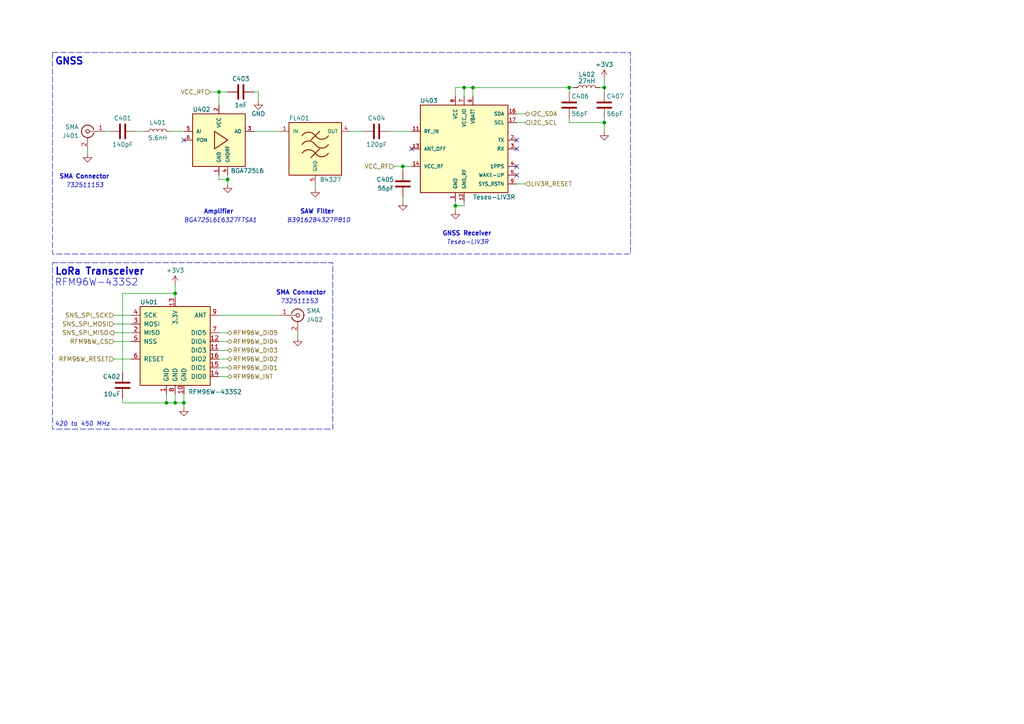
<source format=kicad_sch>
(kicad_sch (version 20230121) (generator eeschema)

  (uuid 25e87aab-0877-4568-a426-1d554c854643)

  (paper "A4")

  (title_block
    (title "MIDAS RF MK1")
    (date "2023-11-10")
    (rev "A")
    (company "Illinois Space Society")
    (comment 4 "Contributors: Yubo Wu")
  )

  (lib_symbols
    (symbol "Connector:Conn_Coaxial" (pin_names (offset 1.016) hide) (in_bom yes) (on_board yes)
      (property "Reference" "J" (at 0.254 3.048 0)
        (effects (font (size 1.27 1.27)))
      )
      (property "Value" "Conn_Coaxial" (at 2.921 0 90)
        (effects (font (size 1.27 1.27)))
      )
      (property "Footprint" "" (at 0 0 0)
        (effects (font (size 1.27 1.27)) hide)
      )
      (property "Datasheet" " ~" (at 0 0 0)
        (effects (font (size 1.27 1.27)) hide)
      )
      (property "ki_keywords" "BNC SMA SMB SMC LEMO coaxial connector CINCH RCA" (at 0 0 0)
        (effects (font (size 1.27 1.27)) hide)
      )
      (property "ki_description" "coaxial connector (BNC, SMA, SMB, SMC, Cinch/RCA, LEMO, ...)" (at 0 0 0)
        (effects (font (size 1.27 1.27)) hide)
      )
      (property "ki_fp_filters" "*BNC* *SMA* *SMB* *SMC* *Cinch* *LEMO*" (at 0 0 0)
        (effects (font (size 1.27 1.27)) hide)
      )
      (symbol "Conn_Coaxial_0_1"
        (arc (start -1.778 -0.508) (mid 0.2311 -1.8066) (end 1.778 0)
          (stroke (width 0.254) (type default))
          (fill (type none))
        )
        (polyline
          (pts
            (xy -2.54 0)
            (xy -0.508 0)
          )
          (stroke (width 0) (type default))
          (fill (type none))
        )
        (polyline
          (pts
            (xy 0 -2.54)
            (xy 0 -1.778)
          )
          (stroke (width 0) (type default))
          (fill (type none))
        )
        (circle (center 0 0) (radius 0.508)
          (stroke (width 0.2032) (type default))
          (fill (type none))
        )
        (arc (start 1.778 0) (mid 0.2099 1.8101) (end -1.778 0.508)
          (stroke (width 0.254) (type default))
          (fill (type none))
        )
      )
      (symbol "Conn_Coaxial_1_1"
        (pin passive line (at -5.08 0 0) (length 2.54)
          (name "In" (effects (font (size 1.27 1.27))))
          (number "1" (effects (font (size 1.27 1.27))))
        )
        (pin passive line (at 0 -5.08 90) (length 2.54)
          (name "Ext" (effects (font (size 1.27 1.27))))
          (number "2" (effects (font (size 1.27 1.27))))
        )
      )
    )
    (symbol "D24V50F5:C" (pin_numbers hide) (pin_names (offset 0.254)) (in_bom yes) (on_board yes)
      (property "Reference" "C" (at 0.635 2.54 0)
        (effects (font (size 1.27 1.27)) (justify left))
      )
      (property "Value" "C" (at 0.635 -2.54 0)
        (effects (font (size 1.27 1.27)) (justify left))
      )
      (property "Footprint" "" (at 0.9652 -3.81 0)
        (effects (font (size 1.27 1.27)) hide)
      )
      (property "Datasheet" "~" (at 0 0 0)
        (effects (font (size 1.27 1.27)) hide)
      )
      (property "ki_keywords" "cap capacitor" (at 0 0 0)
        (effects (font (size 1.27 1.27)) hide)
      )
      (property "ki_description" "Unpolarized capacitor" (at 0 0 0)
        (effects (font (size 1.27 1.27)) hide)
      )
      (property "ki_fp_filters" "C_*" (at 0 0 0)
        (effects (font (size 1.27 1.27)) hide)
      )
      (symbol "C_0_1"
        (polyline
          (pts
            (xy -2.032 -0.762)
            (xy 2.032 -0.762)
          )
          (stroke (width 0.508) (type default))
          (fill (type none))
        )
        (polyline
          (pts
            (xy -2.032 0.762)
            (xy 2.032 0.762)
          )
          (stroke (width 0.508) (type default))
          (fill (type none))
        )
      )
      (symbol "C_1_1"
        (pin passive line (at 0 3.81 270) (length 2.794)
          (name "~" (effects (font (size 1.27 1.27))))
          (number "1" (effects (font (size 1.27 1.27))))
        )
        (pin passive line (at 0 -3.81 90) (length 2.794)
          (name "~" (effects (font (size 1.27 1.27))))
          (number "2" (effects (font (size 1.27 1.27))))
        )
      )
    )
    (symbol "Device:C" (pin_numbers hide) (pin_names (offset 0.254)) (in_bom yes) (on_board yes)
      (property "Reference" "C" (at 0.635 2.54 0)
        (effects (font (size 1.27 1.27)) (justify left))
      )
      (property "Value" "C" (at 0.635 -2.54 0)
        (effects (font (size 1.27 1.27)) (justify left))
      )
      (property "Footprint" "" (at 0.9652 -3.81 0)
        (effects (font (size 1.27 1.27)) hide)
      )
      (property "Datasheet" "~" (at 0 0 0)
        (effects (font (size 1.27 1.27)) hide)
      )
      (property "ki_keywords" "cap capacitor" (at 0 0 0)
        (effects (font (size 1.27 1.27)) hide)
      )
      (property "ki_description" "Unpolarized capacitor" (at 0 0 0)
        (effects (font (size 1.27 1.27)) hide)
      )
      (property "ki_fp_filters" "C_*" (at 0 0 0)
        (effects (font (size 1.27 1.27)) hide)
      )
      (symbol "C_0_1"
        (polyline
          (pts
            (xy -2.032 -0.762)
            (xy 2.032 -0.762)
          )
          (stroke (width 0.508) (type default))
          (fill (type none))
        )
        (polyline
          (pts
            (xy -2.032 0.762)
            (xy 2.032 0.762)
          )
          (stroke (width 0.508) (type default))
          (fill (type none))
        )
      )
      (symbol "C_1_1"
        (pin passive line (at 0 3.81 270) (length 2.794)
          (name "~" (effects (font (size 1.27 1.27))))
          (number "1" (effects (font (size 1.27 1.27))))
        )
        (pin passive line (at 0 -3.81 90) (length 2.794)
          (name "~" (effects (font (size 1.27 1.27))))
          (number "2" (effects (font (size 1.27 1.27))))
        )
      )
    )
    (symbol "Device:L" (pin_numbers hide) (pin_names (offset 1.016) hide) (in_bom yes) (on_board yes)
      (property "Reference" "L" (at -1.27 0 90)
        (effects (font (size 1.27 1.27)))
      )
      (property "Value" "L" (at 1.905 0 90)
        (effects (font (size 1.27 1.27)))
      )
      (property "Footprint" "" (at 0 0 0)
        (effects (font (size 1.27 1.27)) hide)
      )
      (property "Datasheet" "~" (at 0 0 0)
        (effects (font (size 1.27 1.27)) hide)
      )
      (property "ki_keywords" "inductor choke coil reactor magnetic" (at 0 0 0)
        (effects (font (size 1.27 1.27)) hide)
      )
      (property "ki_description" "Inductor" (at 0 0 0)
        (effects (font (size 1.27 1.27)) hide)
      )
      (property "ki_fp_filters" "Choke_* *Coil* Inductor_* L_*" (at 0 0 0)
        (effects (font (size 1.27 1.27)) hide)
      )
      (symbol "L_0_1"
        (arc (start 0 -2.54) (mid 0.6323 -1.905) (end 0 -1.27)
          (stroke (width 0) (type default))
          (fill (type none))
        )
        (arc (start 0 -1.27) (mid 0.6323 -0.635) (end 0 0)
          (stroke (width 0) (type default))
          (fill (type none))
        )
        (arc (start 0 0) (mid 0.6323 0.635) (end 0 1.27)
          (stroke (width 0) (type default))
          (fill (type none))
        )
        (arc (start 0 1.27) (mid 0.6323 1.905) (end 0 2.54)
          (stroke (width 0) (type default))
          (fill (type none))
        )
      )
      (symbol "L_1_1"
        (pin passive line (at 0 3.81 270) (length 1.27)
          (name "1" (effects (font (size 1.27 1.27))))
          (number "1" (effects (font (size 1.27 1.27))))
        )
        (pin passive line (at 0 -3.81 90) (length 1.27)
          (name "2" (effects (font (size 1.27 1.27))))
          (number "2" (effects (font (size 1.27 1.27))))
        )
      )
    )
    (symbol "RF_Amplifier_Infineon:BGA725L6" (pin_names (offset 1.016)) (in_bom yes) (on_board yes)
      (property "Reference" "U" (at -6.985 8.89 0)
        (effects (font (size 1.27 1.27)))
      )
      (property "Value" "BGA725L6" (at 6.985 8.89 0)
        (effects (font (size 1.27 1.27)))
      )
      (property "Footprint" "RF_Amplifier_Infineon:TSNP-6-2" (at 0 0 0)
        (effects (font (size 1.27 1.27)) (justify bottom) hide)
      )
      (property "Datasheet" "https://www.infineon.com/dgdl/BGA725L6_V2+0.pdf?folderId=db3a30431f848401011fcbf2ab4c04c4&fileId=db3a30433784a0400137ef9a4d341f23" (at 0 0 0)
        (effects (font (size 1.27 1.27)) hide)
      )
      (property "ki_keywords" "Low Noise Amplifier GNSS 20db 3.6mA Infineon" (at 0 0 0)
        (effects (font (size 1.27 1.27)) hide)
      )
      (property "ki_description" "Low Noise Amplifier GNSS 20db 3.6mA Infineon" (at 0 0 0)
        (effects (font (size 1.27 1.27)) hide)
      )
      (symbol "BGA725L6_0_0"
        (rectangle (start -7.62 7.62) (end 7.62 -7.62)
          (stroke (width 0.254) (type default))
          (fill (type background))
        )
        (pin power_in line (at 0 -10.16 90) (length 2.54)
          (name "GND" (effects (font (size 1.016 1.016))))
          (number "1" (effects (font (size 1.016 1.016))))
        )
        (pin power_in line (at 0 10.16 270) (length 2.54)
          (name "VCC" (effects (font (size 1.016 1.016))))
          (number "2" (effects (font (size 1.016 1.016))))
        )
        (pin output line (at 10.16 2.54 180) (length 2.54)
          (name "AO" (effects (font (size 1.016 1.016))))
          (number "3" (effects (font (size 1.016 1.016))))
        )
        (pin power_in line (at 2.54 -10.16 90) (length 2.54)
          (name "GNDRF" (effects (font (size 1.016 1.016))))
          (number "4" (effects (font (size 1.016 1.016))))
        )
        (pin input line (at -10.16 2.54 0) (length 2.54)
          (name "AI" (effects (font (size 1.016 1.016))))
          (number "5" (effects (font (size 1.016 1.016))))
        )
        (pin input line (at -10.16 0 0) (length 2.54)
          (name "PON" (effects (font (size 1.016 1.016))))
          (number "6" (effects (font (size 1.016 1.016))))
        )
      )
      (symbol "BGA725L6_1_1"
        (polyline
          (pts
            (xy -1.27 2.54)
            (xy 2.54 0)
            (xy -1.27 -2.54)
            (xy -1.27 2.54)
          )
          (stroke (width 0.254) (type default))
          (fill (type background))
        )
      )
    )
    (symbol "RF_Filter_Qualcomm:B4327" (pin_names (offset 1.016)) (in_bom yes) (on_board yes)
      (property "Reference" "FL" (at -6.35 8.89 0)
        (effects (font (size 1.27 1.27)))
      )
      (property "Value" "B4327" (at 5.08 8.89 0)
        (effects (font (size 1.27 1.27)))
      )
      (property "Footprint" "RF_Filter_Qualcomm:SMD-5" (at 2.54 -17.78 0)
        (effects (font (size 1.27 1.27)) (justify bottom) hide)
      )
      (property "Datasheet" "https://mm.digikey.com/Volume0/opasdata/d220001/medias/docus/992/B39162B4327P810_Rev2.2.pdf" (at -6.35 0 0)
        (effects (font (size 1.27 1.27)) hide)
      )
      (property "ki_keywords" "SAW RF filter Beidou GPS GLONASS Center 1582.4 MHz Qualcomm" (at 0 0 0)
        (effects (font (size 1.27 1.27)) hide)
      )
      (property "ki_description" "SAW RF filter, Beidou GPS GLONASS Center 1582.4 MHz Qualcomm" (at 0 0 0)
        (effects (font (size 1.27 1.27)) hide)
      )
      (symbol "B4327_0_0"
        (rectangle (start -7.62 7.62) (end 7.62 -7.62)
          (stroke (width 0.254) (type default))
          (fill (type background))
        )
        (pin input line (at -10.16 5.08 0) (length 2.54)
          (name "IN" (effects (font (size 1.016 1.016))))
          (number "1" (effects (font (size 1.016 1.016))))
        )
        (pin output line (at 10.16 5.08 180) (length 2.54)
          (name "OUT" (effects (font (size 1.016 1.016))))
          (number "4" (effects (font (size 1.016 1.016))))
        )
        (pin power_in line (at 0 -10.16 90) (length 2.54)
          (name "GND" (effects (font (size 1.016 1.016))))
          (number "5" (effects (font (size 1.016 1.016))))
        )
      )
      (symbol "B4327_0_1"
        (arc (start 0 -1.2699) (mid -1.905 -0.2504) (end -3.81 -1.2699)
          (stroke (width 0.254) (type default))
          (fill (type none))
        )
        (arc (start 0 -1.2699) (mid 1.905 -2.2894) (end 3.81 -1.2699)
          (stroke (width 0.254) (type default))
          (fill (type none))
        )
        (polyline
          (pts
            (xy -1.27 -2.5399)
            (xy 1.27 0.0001)
          )
          (stroke (width 0.254) (type default))
          (fill (type none))
        )
        (polyline
          (pts
            (xy -1.27 2.5401)
            (xy 1.27 5.0801)
          )
          (stroke (width 0.254) (type default))
          (fill (type none))
        )
        (arc (start 0 1.2701) (mid -1.905 2.2896) (end -3.81 1.2701)
          (stroke (width 0.254) (type default))
          (fill (type none))
        )
        (arc (start 0 1.2701) (mid 1.905 0.2506) (end 3.81 1.2701)
          (stroke (width 0.254) (type default))
          (fill (type none))
        )
        (arc (start 0 3.8101) (mid -1.905 4.8296) (end -3.81 3.8101)
          (stroke (width 0.254) (type default))
          (fill (type none))
        )
        (arc (start 0 3.8101) (mid 1.905 2.7906) (end 3.81 3.8101)
          (stroke (width 0.254) (type default))
          (fill (type none))
        )
      )
      (symbol "B4327_1_0"
        (pin power_in line (at 0 -10.16 90) (length 2.54) hide
          (name "GND" (effects (font (size 1.016 1.016))))
          (number "2" (effects (font (size 1.016 1.016))))
        )
        (pin power_in line (at 0 -10.16 90) (length 2.54) hide
          (name "GND" (effects (font (size 1.016 1.016))))
          (number "3" (effects (font (size 1.016 1.016))))
        )
      )
    )
    (symbol "RF_GPS_ST:Teseo-LIV3R" (pin_names (offset 1.016)) (in_bom yes) (on_board yes)
      (property "Reference" "U" (at 40.64 -45.72 0)
        (effects (font (size 1.27 1.27)))
      )
      (property "Value" "Teseo-LIV3R" (at 40.64 -43.18 0)
        (effects (font (size 1.27 1.27)))
      )
      (property "Footprint" "RF_GPS_ST:Teseo-LIV3R" (at -12.7 -40.64 0)
        (effects (font (size 1.27 1.27)) (justify bottom) hide)
      )
      (property "Datasheet" "https://www.st.com/resource/en/datasheet/teseo-liv3r.pdf" (at -2.54 -50.8 0)
        (effects (font (size 1.27 1.27)) hide)
      )
      (property "ki_keywords" "GNSS GPS Module ROM 100km 163 dBm tracking sensitivity 1.5 m CEP ST STMicroelectronics" (at 0 0 0)
        (effects (font (size 1.27 1.27)) hide)
      )
      (property "ki_description" "GNSS Module ROM 100km, 163 dBm tracking sensitivity, 1.5 m CEP ST" (at 0 0 0)
        (effects (font (size 1.27 1.27)) hide)
      )
      (symbol "Teseo-LIV3R_0_0"
        (rectangle (start -12.7 12.7) (end 12.7 -12.7)
          (stroke (width 0.254) (type default))
          (fill (type background))
        )
        (pin power_in line (at 2.54 -15.24 90) (length 2.54)
          (name "GND" (effects (font (size 1.016 1.016))))
          (number "1" (effects (font (size 1.016 1.016))))
        )
        (pin input line (at 15.24 5.08 180) (length 2.54)
          (name "RF_IN" (effects (font (size 1.016 1.016))))
          (number "11" (effects (font (size 1.016 1.016))))
        )
        (pin power_in line (at 0 -15.24 90) (length 2.54)
          (name "GND_RF" (effects (font (size 1.016 1.016))))
          (number "12" (effects (font (size 1.016 1.016))))
        )
        (pin output line (at 15.24 0 180) (length 2.54)
          (name "ANT_OFF" (effects (font (size 1.016 1.016))))
          (number "13" (effects (font (size 1.016 1.016))))
        )
        (pin power_out line (at 15.24 -5.08 180) (length 2.54)
          (name "VCC_RF" (effects (font (size 1.016 1.016))))
          (number "14" (effects (font (size 1.016 1.016))))
        )
        (pin bidirectional line (at -15.24 10.16 0) (length 2.54)
          (name "SDA" (effects (font (size 1.016 1.016))))
          (number "16" (effects (font (size 1.016 1.016))))
        )
        (pin input line (at -15.24 7.62 0) (length 2.54)
          (name "SCL" (effects (font (size 1.016 1.016))))
          (number "17" (effects (font (size 1.016 1.016))))
        )
        (pin output line (at -15.24 2.54 0) (length 2.54)
          (name "TX" (effects (font (size 1.016 1.016))))
          (number "2" (effects (font (size 1.016 1.016))))
        )
        (pin input line (at -15.24 0 0) (length 2.54)
          (name "RX" (effects (font (size 1.016 1.016))))
          (number "3" (effects (font (size 1.016 1.016))))
        )
        (pin output line (at -15.24 -5.08 0) (length 2.54)
          (name "1PPS" (effects (font (size 1.016 1.016))))
          (number "4" (effects (font (size 1.016 1.016))))
        )
        (pin input line (at -15.24 -7.62 0) (length 2.54)
          (name "WAKE-UP" (effects (font (size 1.016 1.016))))
          (number "5" (effects (font (size 1.016 1.016))))
        )
        (pin power_in line (at -2.54 15.24 270) (length 2.54)
          (name "VBATT" (effects (font (size 1.016 1.016))))
          (number "6" (effects (font (size 1.016 1.016))))
        )
        (pin power_in line (at 0 15.24 270) (length 2.54)
          (name "VCC_IO" (effects (font (size 1.016 1.016))))
          (number "7" (effects (font (size 1.016 1.016))))
        )
        (pin power_in line (at 2.54 15.24 270) (length 2.54)
          (name "VCC" (effects (font (size 1.016 1.016))))
          (number "8" (effects (font (size 1.016 1.016))))
        )
        (pin input line (at -15.24 -10.16 0) (length 2.54)
          (name "SYS_RSTN" (effects (font (size 1.016 1.016))))
          (number "9" (effects (font (size 1.016 1.016))))
        )
      )
      (symbol "Teseo-LIV3R_1_0"
        (pin power_in line (at 0 -15.24 90) (length 2.54) hide
          (name "GND_RF" (effects (font (size 1.016 1.016))))
          (number "10" (effects (font (size 1.016 1.016))))
        )
        (pin no_connect line (at 15.24 -10.16 180) (length 2.54) hide
          (name "RESERVED" (effects (font (size 1.016 1.016))))
          (number "15" (effects (font (size 1.016 1.016))))
        )
        (pin no_connect line (at 15.24 -10.16 180) (length 2.54) hide
          (name "RESERVED" (effects (font (size 1.016 1.016))))
          (number "18" (effects (font (size 1.016 1.016))))
        )
      )
    )
    (symbol "RF_Module:RFM96W-433S2" (pin_names (offset 1.016)) (in_bom yes) (on_board yes)
      (property "Reference" "U" (at -10.414 11.684 0)
        (effects (font (size 1.27 1.27)) (justify left))
      )
      (property "Value" "RFM96W-433S2" (at 1.524 11.43 0)
        (effects (font (size 1.27 1.27)) (justify left))
      )
      (property "Footprint" "" (at -83.82 41.91 0)
        (effects (font (size 1.27 1.27)) hide)
      )
      (property "Datasheet" "https://www.hoperf.com/data/upload/portal/20181127/5bfcc0ac60235.pdf" (at -83.82 41.91 0)
        (effects (font (size 1.27 1.27)) hide)
      )
      (property "ki_keywords" "Low power long range transceiver module" (at 0 0 0)
        (effects (font (size 1.27 1.27)) hide)
      )
      (property "ki_description" "Low power long range transceiver module, SPI and parallel interface, 433 MHz, spreading factor 6 to12, bandwidth 7.8 to 500kHz, -111 to -148 dBm, SMD-16, DIP-16" (at 0 0 0)
        (effects (font (size 1.27 1.27)) hide)
      )
      (property "ki_fp_filters" "HOPERF*RFM9XW*" (at 0 0 0)
        (effects (font (size 1.27 1.27)) hide)
      )
      (symbol "RFM96W-433S2_0_1"
        (rectangle (start -10.16 10.16) (end 10.16 -12.7)
          (stroke (width 0.254) (type default))
          (fill (type background))
        )
      )
      (symbol "RFM96W-433S2_1_1"
        (pin power_in line (at -2.54 -15.24 90) (length 2.54)
          (name "GND" (effects (font (size 1.27 1.27))))
          (number "1" (effects (font (size 1.27 1.27))))
        )
        (pin power_in line (at 2.54 -15.24 90) (length 2.54)
          (name "GND" (effects (font (size 1.27 1.27))))
          (number "10" (effects (font (size 1.27 1.27))))
        )
        (pin bidirectional line (at 12.7 -2.54 180) (length 2.54)
          (name "DIO3" (effects (font (size 1.27 1.27))))
          (number "11" (effects (font (size 1.27 1.27))))
        )
        (pin bidirectional line (at 12.7 0 180) (length 2.54)
          (name "DIO4" (effects (font (size 1.27 1.27))))
          (number "12" (effects (font (size 1.27 1.27))))
        )
        (pin power_in line (at 0 12.7 270) (length 2.54)
          (name "3.3V" (effects (font (size 1.27 1.27))))
          (number "13" (effects (font (size 1.27 1.27))))
        )
        (pin bidirectional line (at 12.7 -10.16 180) (length 2.54)
          (name "DIO0" (effects (font (size 1.27 1.27))))
          (number "14" (effects (font (size 1.27 1.27))))
        )
        (pin bidirectional line (at 12.7 -7.62 180) (length 2.54)
          (name "DIO1" (effects (font (size 1.27 1.27))))
          (number "15" (effects (font (size 1.27 1.27))))
        )
        (pin bidirectional line (at 12.7 -5.08 180) (length 2.54)
          (name "DIO2" (effects (font (size 1.27 1.27))))
          (number "16" (effects (font (size 1.27 1.27))))
        )
        (pin output line (at -12.7 2.54 0) (length 2.54)
          (name "MISO" (effects (font (size 1.27 1.27))))
          (number "2" (effects (font (size 1.27 1.27))))
        )
        (pin input line (at -12.7 5.08 0) (length 2.54)
          (name "MOSI" (effects (font (size 1.27 1.27))))
          (number "3" (effects (font (size 1.27 1.27))))
        )
        (pin input line (at -12.7 7.62 0) (length 2.54)
          (name "SCK" (effects (font (size 1.27 1.27))))
          (number "4" (effects (font (size 1.27 1.27))))
        )
        (pin input line (at -12.7 0 0) (length 2.54)
          (name "NSS" (effects (font (size 1.27 1.27))))
          (number "5" (effects (font (size 1.27 1.27))))
        )
        (pin bidirectional line (at -12.7 -5.08 0) (length 2.54)
          (name "RESET" (effects (font (size 1.27 1.27))))
          (number "6" (effects (font (size 1.27 1.27))))
        )
        (pin bidirectional line (at 12.7 2.54 180) (length 2.54)
          (name "DIO5" (effects (font (size 1.27 1.27))))
          (number "7" (effects (font (size 1.27 1.27))))
        )
        (pin power_in line (at 0 -15.24 90) (length 2.54)
          (name "GND" (effects (font (size 1.27 1.27))))
          (number "8" (effects (font (size 1.27 1.27))))
        )
        (pin bidirectional line (at 12.7 7.62 180) (length 2.54)
          (name "ANT" (effects (font (size 1.27 1.27))))
          (number "9" (effects (font (size 1.27 1.27))))
        )
      )
    )
    (symbol "power:+3V3" (power) (pin_names (offset 0)) (in_bom yes) (on_board yes)
      (property "Reference" "#PWR" (at 0 -3.81 0)
        (effects (font (size 1.27 1.27)) hide)
      )
      (property "Value" "+3V3" (at 0 3.556 0)
        (effects (font (size 1.27 1.27)))
      )
      (property "Footprint" "" (at 0 0 0)
        (effects (font (size 1.27 1.27)) hide)
      )
      (property "Datasheet" "" (at 0 0 0)
        (effects (font (size 1.27 1.27)) hide)
      )
      (property "ki_keywords" "global power" (at 0 0 0)
        (effects (font (size 1.27 1.27)) hide)
      )
      (property "ki_description" "Power symbol creates a global label with name \"+3V3\"" (at 0 0 0)
        (effects (font (size 1.27 1.27)) hide)
      )
      (symbol "+3V3_0_1"
        (polyline
          (pts
            (xy -0.762 1.27)
            (xy 0 2.54)
          )
          (stroke (width 0) (type default))
          (fill (type none))
        )
        (polyline
          (pts
            (xy 0 0)
            (xy 0 2.54)
          )
          (stroke (width 0) (type default))
          (fill (type none))
        )
        (polyline
          (pts
            (xy 0 2.54)
            (xy 0.762 1.27)
          )
          (stroke (width 0) (type default))
          (fill (type none))
        )
      )
      (symbol "+3V3_1_1"
        (pin power_in line (at 0 0 90) (length 0) hide
          (name "+3V3" (effects (font (size 1.27 1.27))))
          (number "1" (effects (font (size 1.27 1.27))))
        )
      )
    )
    (symbol "power:GND" (power) (pin_names (offset 0)) (in_bom yes) (on_board yes)
      (property "Reference" "#PWR" (at 0 -6.35 0)
        (effects (font (size 1.27 1.27)) hide)
      )
      (property "Value" "GND" (at 0 -3.81 0)
        (effects (font (size 1.27 1.27)))
      )
      (property "Footprint" "" (at 0 0 0)
        (effects (font (size 1.27 1.27)) hide)
      )
      (property "Datasheet" "" (at 0 0 0)
        (effects (font (size 1.27 1.27)) hide)
      )
      (property "ki_keywords" "global power" (at 0 0 0)
        (effects (font (size 1.27 1.27)) hide)
      )
      (property "ki_description" "Power symbol creates a global label with name \"GND\" , ground" (at 0 0 0)
        (effects (font (size 1.27 1.27)) hide)
      )
      (symbol "GND_0_1"
        (polyline
          (pts
            (xy 0 0)
            (xy 0 -1.27)
            (xy 1.27 -1.27)
            (xy 0 -2.54)
            (xy -1.27 -1.27)
            (xy 0 -1.27)
          )
          (stroke (width 0) (type default))
          (fill (type none))
        )
      )
      (symbol "GND_1_1"
        (pin power_in line (at 0 0 270) (length 0) hide
          (name "GND" (effects (font (size 1.27 1.27))))
          (number "1" (effects (font (size 1.27 1.27))))
        )
      )
    )
  )

  (junction (at 137.16 25.4) (diameter 0) (color 0 0 0 0)
    (uuid 090a6cb9-6d4a-4854-a20a-2c2732df7054)
  )
  (junction (at 50.8 116.84) (diameter 0) (color 0 0 0 0)
    (uuid 0ba13694-939c-4532-9187-4742aa17f50e)
  )
  (junction (at 63.5 26.67) (diameter 0) (color 0 0 0 0)
    (uuid 11a83047-24d5-485c-b791-3fa38fd032ba)
  )
  (junction (at 66.04 52.07) (diameter 0) (color 0 0 0 0)
    (uuid 16e415d0-fd45-4d40-90f8-3097c0fbd2de)
  )
  (junction (at 48.26 116.84) (diameter 0) (color 0 0 0 0)
    (uuid 6132ba98-10d2-46e9-8a75-37908c3d83cb)
  )
  (junction (at 50.8 85.09) (diameter 0) (color 0 0 0 0)
    (uuid 6ff050e2-fdb7-40da-a6c9-d93cbfc16d46)
  )
  (junction (at 175.26 25.4) (diameter 0) (color 0 0 0 0)
    (uuid 76866073-c301-47a5-a290-a8f9c9921380)
  )
  (junction (at 132.08 59.69) (diameter 0) (color 0 0 0 0)
    (uuid 8ad7099c-ef57-4e2f-9c77-d4bc9af13d59)
  )
  (junction (at 116.84 48.26) (diameter 0) (color 0 0 0 0)
    (uuid 9502afc8-c1b1-44cd-a291-f151caa7551d)
  )
  (junction (at 134.62 25.4) (diameter 0) (color 0 0 0 0)
    (uuid a9b13e46-2f85-4e8a-805c-53976fd75c88)
  )
  (junction (at 175.26 35.56) (diameter 0) (color 0 0 0 0)
    (uuid d0c4325c-970e-4ab3-beec-4f9d644566d5)
  )
  (junction (at 53.34 116.84) (diameter 0) (color 0 0 0 0)
    (uuid f851b4d0-1fe9-4430-98c8-ff0cf3ffa95b)
  )
  (junction (at 165.1 25.4) (diameter 0) (color 0 0 0 0)
    (uuid f96cc8cc-ce3d-4daa-93da-bf626e2719bd)
  )

  (no_connect (at 149.86 48.26) (uuid 1e44f6a7-1fb4-44e2-8f15-236bce9aa898))
  (no_connect (at 53.34 40.64) (uuid 49a84844-6fa3-46f4-8694-3a10ed2a0b99))
  (no_connect (at 149.86 43.18) (uuid 6c83b8ca-f50c-4bdf-9702-1f599c997f96))
  (no_connect (at 149.86 50.8) (uuid ad9112ad-e23c-45f6-bd99-717d6cd4a26f))
  (no_connect (at 149.86 40.64) (uuid b14df118-85a9-408a-8098-487c2b74a401))
  (no_connect (at 119.38 43.18) (uuid c7a5ecf8-b22b-41db-8406-21c6ab395c1b))

  (wire (pts (xy 35.56 85.09) (xy 50.8 85.09))
    (stroke (width 0) (type default))
    (uuid 03087d76-77f1-441e-b954-9768bfde7810)
  )
  (wire (pts (xy 132.08 59.69) (xy 132.08 60.96))
    (stroke (width 0) (type default))
    (uuid 06f89051-9556-4821-9f18-ade0e598e1dc)
  )
  (wire (pts (xy 134.62 59.69) (xy 134.62 58.42))
    (stroke (width 0) (type default))
    (uuid 079c0b26-b7dc-4f6b-b5be-e33cb2783749)
  )
  (wire (pts (xy 175.26 25.4) (xy 173.99 25.4))
    (stroke (width 0) (type default))
    (uuid 0a99bfae-ac2e-4095-a01e-eb14597ae6fa)
  )
  (wire (pts (xy 63.5 109.22) (xy 66.04 109.22))
    (stroke (width 0) (type default))
    (uuid 0f4f4dd6-1e93-400f-9ebf-c53a5f9a105f)
  )
  (wire (pts (xy 63.5 50.8) (xy 63.5 52.07))
    (stroke (width 0) (type default))
    (uuid 11c3354a-2b31-4cd2-a108-4a554e644a82)
  )
  (wire (pts (xy 49.53 38.1) (xy 53.34 38.1))
    (stroke (width 0) (type default))
    (uuid 14024566-1e4e-432d-ba45-8601f4ec9dcb)
  )
  (wire (pts (xy 50.8 85.09) (xy 50.8 86.36))
    (stroke (width 0) (type default))
    (uuid 1bcd572d-f1ea-4723-a50f-d4a0e0e53bf6)
  )
  (wire (pts (xy 113.03 38.1) (xy 119.38 38.1))
    (stroke (width 0) (type default))
    (uuid 25415565-3c25-453b-bdd7-8ef6d7b879e3)
  )
  (wire (pts (xy 48.26 116.84) (xy 50.8 116.84))
    (stroke (width 0) (type default))
    (uuid 25a2b644-a177-435c-9882-4ba7fee900fe)
  )
  (wire (pts (xy 63.5 30.48) (xy 63.5 26.67))
    (stroke (width 0) (type default))
    (uuid 272bba3c-7fa4-47ce-8a36-c01b7916a1f2)
  )
  (wire (pts (xy 86.36 96.52) (xy 86.36 97.79))
    (stroke (width 0) (type default))
    (uuid 2849c13f-74d0-4cf8-98db-d5b3e72362c5)
  )
  (wire (pts (xy 25.4 43.18) (xy 25.4 44.45))
    (stroke (width 0) (type default))
    (uuid 2aff4f09-ae1c-4859-9e98-7d776910f2f1)
  )
  (wire (pts (xy 50.8 82.55) (xy 50.8 85.09))
    (stroke (width 0) (type default))
    (uuid 2dd2bf80-3bef-4dd6-be01-85a0f8aefabb)
  )
  (wire (pts (xy 152.4 35.56) (xy 149.86 35.56))
    (stroke (width 0) (type default))
    (uuid 366e6c32-cbcb-4919-8d16-e86ab298eed1)
  )
  (wire (pts (xy 74.93 29.21) (xy 74.93 26.67))
    (stroke (width 0) (type default))
    (uuid 3b9fcb47-3da0-4598-8034-932eac470143)
  )
  (wire (pts (xy 132.08 58.42) (xy 132.08 59.69))
    (stroke (width 0) (type default))
    (uuid 3efbca2a-7b1b-4c95-bcbb-b92e115bf088)
  )
  (wire (pts (xy 134.62 25.4) (xy 134.62 27.94))
    (stroke (width 0) (type default))
    (uuid 4276e03b-3454-41a0-8297-c704f2dd628d)
  )
  (wire (pts (xy 50.8 114.3) (xy 50.8 116.84))
    (stroke (width 0) (type default))
    (uuid 486d7c56-1775-47ae-baf3-54399d3ebb13)
  )
  (wire (pts (xy 63.5 96.52) (xy 66.04 96.52))
    (stroke (width 0) (type default))
    (uuid 498b33d2-8450-40ed-ab7e-f5fc4d39daa5)
  )
  (wire (pts (xy 137.16 25.4) (xy 137.16 27.94))
    (stroke (width 0) (type default))
    (uuid 4a38a4fa-f94f-4df1-8ab0-6aa645b90beb)
  )
  (wire (pts (xy 39.37 38.1) (xy 41.91 38.1))
    (stroke (width 0) (type default))
    (uuid 4bba74ac-c0d5-4ddf-a742-b0e7c9c673f0)
  )
  (wire (pts (xy 175.26 22.86) (xy 175.26 25.4))
    (stroke (width 0) (type default))
    (uuid 4dc93374-de5c-4827-8996-5f690841ee95)
  )
  (wire (pts (xy 63.5 104.14) (xy 66.04 104.14))
    (stroke (width 0) (type default))
    (uuid 50e7d98d-37e9-4fb9-be3c-68acfb88729f)
  )
  (wire (pts (xy 63.5 52.07) (xy 66.04 52.07))
    (stroke (width 0) (type default))
    (uuid 5286a527-95c9-4bec-97c3-87795f537336)
  )
  (wire (pts (xy 63.5 91.44) (xy 81.28 91.44))
    (stroke (width 0) (type default))
    (uuid 61230c4b-42d4-4916-b248-0672e4717d6c)
  )
  (wire (pts (xy 33.02 104.14) (xy 38.1 104.14))
    (stroke (width 0) (type default))
    (uuid 63d82eec-2d08-48d2-ab36-42b9fbded041)
  )
  (wire (pts (xy 38.1 91.44) (xy 33.02 91.44))
    (stroke (width 0) (type default))
    (uuid 6721879f-574e-4b66-9ecd-a2487d72ceed)
  )
  (wire (pts (xy 63.5 106.68) (xy 66.04 106.68))
    (stroke (width 0) (type default))
    (uuid 686e5b7e-966a-442d-8a93-853d103be033)
  )
  (wire (pts (xy 165.1 34.29) (xy 165.1 35.56))
    (stroke (width 0) (type default))
    (uuid 693e52a5-cc09-4445-99fc-f2e86ea89685)
  )
  (wire (pts (xy 60.96 26.67) (xy 63.5 26.67))
    (stroke (width 0) (type default))
    (uuid 6a1562ff-48c2-4017-865b-4eb4550ce47a)
  )
  (wire (pts (xy 132.08 27.94) (xy 132.08 25.4))
    (stroke (width 0) (type default))
    (uuid 703a33f6-86ff-4cde-ab54-c3785cd3e5d9)
  )
  (wire (pts (xy 30.48 38.1) (xy 31.75 38.1))
    (stroke (width 0) (type default))
    (uuid 75447a1d-38ba-497f-98c9-8db3415378f8)
  )
  (wire (pts (xy 116.84 48.26) (xy 116.84 49.53))
    (stroke (width 0) (type default))
    (uuid 8d5d3461-b5f1-4bda-8b85-9caf79a5d522)
  )
  (wire (pts (xy 66.04 50.8) (xy 66.04 52.07))
    (stroke (width 0) (type default))
    (uuid 90848836-7e21-45e6-98bb-c9b4409960c5)
  )
  (wire (pts (xy 152.4 53.34) (xy 149.86 53.34))
    (stroke (width 0) (type default))
    (uuid 9623c725-45cd-40ad-a5b8-35b2ede7add7)
  )
  (wire (pts (xy 48.26 114.3) (xy 48.26 116.84))
    (stroke (width 0) (type default))
    (uuid 99f95a07-5dfb-4781-96e5-4dbd26bc62ef)
  )
  (wire (pts (xy 119.38 48.26) (xy 116.84 48.26))
    (stroke (width 0) (type default))
    (uuid 9db3f421-cbd8-4803-aaf4-0805b1b782be)
  )
  (wire (pts (xy 35.56 115.57) (xy 35.56 116.84))
    (stroke (width 0) (type default))
    (uuid a3726591-fdd7-4166-9e6a-ddbca6ec43d7)
  )
  (wire (pts (xy 166.37 25.4) (xy 165.1 25.4))
    (stroke (width 0) (type default))
    (uuid a6c344cf-1540-4900-a111-796bb3b7085f)
  )
  (wire (pts (xy 53.34 116.84) (xy 53.34 118.11))
    (stroke (width 0) (type default))
    (uuid a9be0391-c047-4fb5-bdc4-2a7290be3f52)
  )
  (wire (pts (xy 63.5 99.06) (xy 66.04 99.06))
    (stroke (width 0) (type default))
    (uuid aca21158-f4bb-4848-90e4-456754c603b4)
  )
  (wire (pts (xy 137.16 25.4) (xy 165.1 25.4))
    (stroke (width 0) (type default))
    (uuid acf8d9ae-5d1f-4e59-9a72-112997c27bde)
  )
  (wire (pts (xy 132.08 59.69) (xy 134.62 59.69))
    (stroke (width 0) (type default))
    (uuid aef9dc3c-5dfe-4208-8ef1-b32ea5e5e499)
  )
  (wire (pts (xy 33.02 93.98) (xy 38.1 93.98))
    (stroke (width 0) (type default))
    (uuid af9768ec-2622-451d-ab48-84b2b3b510c1)
  )
  (wire (pts (xy 116.84 57.15) (xy 116.84 58.42))
    (stroke (width 0) (type default))
    (uuid afc26f37-3826-4451-a639-8c7c81fcfceb)
  )
  (wire (pts (xy 74.93 26.67) (xy 73.66 26.67))
    (stroke (width 0) (type default))
    (uuid b542d393-4a56-4d9c-b4dc-c7567e14fd89)
  )
  (wire (pts (xy 66.04 52.07) (xy 66.04 53.34))
    (stroke (width 0) (type default))
    (uuid b5f932ef-aa20-4fac-b110-c72b176d78bc)
  )
  (wire (pts (xy 91.44 53.34) (xy 91.44 54.61))
    (stroke (width 0) (type default))
    (uuid bb369347-ad9a-4696-85b7-c04ce549efd8)
  )
  (wire (pts (xy 165.1 35.56) (xy 175.26 35.56))
    (stroke (width 0) (type default))
    (uuid bcdb43bb-ad00-4eb2-a329-3448ee1f4883)
  )
  (wire (pts (xy 175.26 26.67) (xy 175.26 25.4))
    (stroke (width 0) (type default))
    (uuid bfc8c296-b70b-425f-8362-5539dabb1d88)
  )
  (wire (pts (xy 134.62 25.4) (xy 137.16 25.4))
    (stroke (width 0) (type default))
    (uuid c2e6ca1b-5e20-436a-9e19-1d4f403e8d29)
  )
  (wire (pts (xy 175.26 34.29) (xy 175.26 35.56))
    (stroke (width 0) (type default))
    (uuid ca3fac8b-75ff-49e8-9fe0-a8c80f78bd5a)
  )
  (wire (pts (xy 116.84 48.26) (xy 114.3 48.26))
    (stroke (width 0) (type default))
    (uuid cb80ee53-2584-4992-8246-ca2067b34774)
  )
  (wire (pts (xy 48.26 116.84) (xy 35.56 116.84))
    (stroke (width 0) (type default))
    (uuid d73b0ea6-007b-49a8-b23d-1c0028b7b950)
  )
  (wire (pts (xy 152.4 33.02) (xy 149.86 33.02))
    (stroke (width 0) (type default))
    (uuid d9592345-ae1f-4e25-a09c-73fac73d452d)
  )
  (wire (pts (xy 73.66 38.1) (xy 81.28 38.1))
    (stroke (width 0) (type default))
    (uuid d97f5b32-0c6f-477f-afaf-5216ab34620b)
  )
  (wire (pts (xy 165.1 26.67) (xy 165.1 25.4))
    (stroke (width 0) (type default))
    (uuid de9aab0f-ce5e-47f1-85dd-42c711a2f62e)
  )
  (wire (pts (xy 38.1 96.52) (xy 33.02 96.52))
    (stroke (width 0) (type default))
    (uuid dfbe2a81-1009-47cb-87e7-21406f233c2a)
  )
  (wire (pts (xy 35.56 85.09) (xy 35.56 107.95))
    (stroke (width 0) (type default))
    (uuid e1b4464e-f3ab-446f-963c-19d2bd84211b)
  )
  (wire (pts (xy 175.26 35.56) (xy 175.26 38.1))
    (stroke (width 0) (type default))
    (uuid e322bba6-5fdb-4fa6-8833-2959c7916b7c)
  )
  (wire (pts (xy 53.34 114.3) (xy 53.34 116.84))
    (stroke (width 0) (type default))
    (uuid e8e65ac6-294d-4151-a30b-66269e619ab0)
  )
  (wire (pts (xy 101.6 38.1) (xy 105.41 38.1))
    (stroke (width 0) (type default))
    (uuid e8ed48a2-43b8-4446-bbdb-992c90cf016a)
  )
  (wire (pts (xy 53.34 116.84) (xy 50.8 116.84))
    (stroke (width 0) (type default))
    (uuid ea77b7fb-4156-46d9-b022-ecf333ffa282)
  )
  (wire (pts (xy 33.02 99.06) (xy 38.1 99.06))
    (stroke (width 0) (type default))
    (uuid f02f9786-3cbb-41aa-843d-90d1ff5e4ce9)
  )
  (wire (pts (xy 63.5 101.6) (xy 66.04 101.6))
    (stroke (width 0) (type default))
    (uuid f0dfab15-0f8d-48c8-a2c8-b8f7e8edcada)
  )
  (wire (pts (xy 63.5 26.67) (xy 66.04 26.67))
    (stroke (width 0) (type default))
    (uuid f28aaf90-d12f-48e0-b44f-91cb7881fe6c)
  )
  (wire (pts (xy 132.08 25.4) (xy 134.62 25.4))
    (stroke (width 0) (type default))
    (uuid fa74fcdb-6957-450b-9b2b-d9f49c17a001)
  )

  (rectangle (start 15.24 15.24) (end 182.88 73.66)
    (stroke (width 0) (type dash))
    (fill (type none))
    (uuid 5195dd94-171b-4968-af71-a2db014a63cf)
  )
  (rectangle (start 15.24 76.2) (end 96.52 124.46)
    (stroke (width 0) (type dash))
    (fill (type none))
    (uuid 6915261c-03c5-4467-ac98-26f5f3ec1b57)
  )

  (text "732511153" (at 81.28 88.265 0)
    (effects (font (size 1.27 1.27) italic) (justify left bottom))
    (uuid 05e009ee-88e7-4a6c-a86d-dfb84e4731c4)
  )
  (text "Amplifier" (at 59.055 62.23 0)
    (effects (font (size 1.27 1.27) (thickness 0.254) bold) (justify left bottom))
    (uuid 0a63a3a2-230c-41a4-a61f-4eda18f6eb2f)
  )
  (text "GNSS Receiver" (at 128.27 68.58 0)
    (effects (font (size 1.27 1.27) (thickness 0.254) bold) (justify left bottom))
    (uuid 0df42b13-7613-46cc-b352-73875d61cf7e)
  )
  (text "B39162B4327P810" (at 83.185 64.77 0)
    (effects (font (size 1.27 1.27) italic) (justify left bottom))
    (uuid 1b2d2a9f-4b62-489c-9442-0e9b588a3be9)
  )
  (text "SAW Filter" (at 86.995 62.23 0)
    (effects (font (size 1.27 1.27) (thickness 0.254) bold) (justify left bottom))
    (uuid 1ce9693c-ad4e-4b3a-afb8-e00c3d81d8e8)
  )
  (text "SMA Connector" (at 17.145 52.07 0)
    (effects (font (size 1.27 1.27) (thickness 0.254) bold) (justify left bottom))
    (uuid 56389be7-80ad-47f7-8913-3b7cb3d4e502)
  )
  (text "SMA Connector" (at 80.01 85.725 0)
    (effects (font (size 1.27 1.27) (thickness 0.254) bold) (justify left bottom))
    (uuid 82126412-fb72-4941-8f36-37527d099bcd)
  )
  (text "LoRa Transceiver" (at 15.875 80.01 0)
    (effects (font (size 2 2) bold) (justify left bottom))
    (uuid af25d519-adef-44dc-a2ed-dbaf49763b6d)
  )
  (text "Teseo-LIV3R" (at 129.54 71.12 0)
    (effects (font (size 1.27 1.27) italic) (justify left bottom))
    (uuid af32de1a-6ca5-4081-b44e-0138c971f6c3)
  )
  (text "732511153" (at 19.05 54.61 0)
    (effects (font (size 1.27 1.27) italic) (justify left bottom))
    (uuid bd5c4ecf-0e7a-4a4d-b5cb-6e1b097bec4a)
  )
  (text "BGA725L6E6327FTSA1" (at 53.34 64.77 0)
    (effects (font (size 1.27 1.27) italic) (justify left bottom))
    (uuid c2c8fffd-df41-4429-abf5-9735a378171e)
  )
  (text "420 to 450 MHz" (at 15.875 123.825 0)
    (effects (font (size 1.27 1.27) italic) (justify left bottom))
    (uuid d8ed3f7e-746f-4fad-9a8c-5ad279ca163b)
  )
  (text "RFM96W-433S2" (at 15.875 83.185 0)
    (effects (font (size 2 2)) (justify left bottom))
    (uuid ec32ab69-6d59-4eb3-a6d5-c44836ee38a2)
  )
  (text "GNSS" (at 15.875 19.05 0)
    (effects (font (size 2 2) (thickness 0.4) bold) (justify left bottom))
    (uuid ee8e7161-24c7-4c08-9c06-67a989244598)
  )

  (hierarchical_label "RFM96W_DI02" (shape bidirectional) (at 66.04 104.14 0) (fields_autoplaced)
    (effects (font (size 1.27 1.27)) (justify left))
    (uuid 3b73e381-001c-45b5-ab53-e38d474c348c)
  )
  (hierarchical_label "I2C_SCL" (shape input) (at 152.4 35.56 0) (fields_autoplaced)
    (effects (font (size 1.27 1.27)) (justify left))
    (uuid 3e6bfd3e-bb18-466e-9105-62dec4051aa1)
  )
  (hierarchical_label "SNS_SPI_MOSI" (shape input) (at 33.02 93.98 180) (fields_autoplaced)
    (effects (font (size 1.27 1.27)) (justify right))
    (uuid 41728ad6-ea12-4b4b-9513-e5600a62f429)
  )
  (hierarchical_label "LIV3R_RESET" (shape input) (at 152.4 53.34 0) (fields_autoplaced)
    (effects (font (size 1.27 1.27)) (justify left))
    (uuid 652e7f3f-7a5e-4c14-ad8a-fe355824bb11)
  )
  (hierarchical_label "RFM96W_CS" (shape input) (at 33.02 99.06 180) (fields_autoplaced)
    (effects (font (size 1.27 1.27)) (justify right))
    (uuid 67d4fc99-31d0-4f52-9bb8-81255ebc1a02)
  )
  (hierarchical_label "RFM96W_DI03" (shape bidirectional) (at 66.04 101.6 0) (fields_autoplaced)
    (effects (font (size 1.27 1.27)) (justify left))
    (uuid 6af73990-1d4c-4796-81dc-974236762603)
  )
  (hierarchical_label "RFM96W_DI05" (shape bidirectional) (at 66.04 96.52 0) (fields_autoplaced)
    (effects (font (size 1.27 1.27)) (justify left))
    (uuid 86c40e53-39a8-482d-9bd0-294e80dedeb6)
  )
  (hierarchical_label "VCC_RF" (shape input) (at 60.96 26.67 180) (fields_autoplaced)
    (effects (font (size 1.27 1.27)) (justify right))
    (uuid 8725e90b-6ae3-4507-bf30-01d77015ede9)
  )
  (hierarchical_label "SNS_SPI_MISO" (shape output) (at 33.02 96.52 180) (fields_autoplaced)
    (effects (font (size 1.27 1.27)) (justify right))
    (uuid b775e72a-7783-43fe-95db-62ce19414aaa)
  )
  (hierarchical_label "VCC_RF" (shape input) (at 114.3 48.26 180) (fields_autoplaced)
    (effects (font (size 1.27 1.27)) (justify right))
    (uuid bb94ee83-7a23-45b0-82eb-e2bb1b4957a4)
  )
  (hierarchical_label "RFM96W_DI04" (shape bidirectional) (at 66.04 99.06 0) (fields_autoplaced)
    (effects (font (size 1.27 1.27)) (justify left))
    (uuid d38ff814-fa9a-4383-a626-c2d5bfca7007)
  )
  (hierarchical_label "RFM96W_INT" (shape bidirectional) (at 66.04 109.22 0) (fields_autoplaced)
    (effects (font (size 1.27 1.27)) (justify left))
    (uuid ddb55a79-4efe-4a04-91e5-7e705aa465bd)
  )
  (hierarchical_label "SNS_SPI_SCK" (shape input) (at 33.02 91.44 180) (fields_autoplaced)
    (effects (font (size 1.27 1.27)) (justify right))
    (uuid e310c62f-ec4b-460d-a42e-b135f6016f5b)
  )
  (hierarchical_label "RFM96W_DI01" (shape bidirectional) (at 66.04 106.68 0) (fields_autoplaced)
    (effects (font (size 1.27 1.27)) (justify left))
    (uuid ed7e88d3-cd4f-4d10-b0f5-a39366aa21d7)
  )
  (hierarchical_label "I2C_SDA" (shape bidirectional) (at 152.4 33.02 0) (fields_autoplaced)
    (effects (font (size 1.27 1.27)) (justify left))
    (uuid f19fc675-3cbb-4123-b38a-461008ff1919)
  )
  (hierarchical_label "RFM96W_RESET" (shape input) (at 33.02 104.14 180) (fields_autoplaced)
    (effects (font (size 1.27 1.27)) (justify right))
    (uuid f61882b3-e9bc-4147-866e-b028f437161e)
  )

  (symbol (lib_id "Device:C") (at 165.1 30.48 0) (mirror y) (unit 1)
    (in_bom yes) (on_board yes) (dnp no)
    (uuid 056bfbf1-eeb6-49ac-838b-fa4af3416067)
    (property "Reference" "C406" (at 165.735 27.94 0)
      (effects (font (size 1.27 1.27)) (justify right))
    )
    (property "Value" "56pF" (at 165.735 33.02 0)
      (effects (font (size 1.27 1.27)) (justify right))
    )
    (property "Footprint" "Capacitor_SMD:C_0603_1608Metric" (at 164.1348 34.29 0)
      (effects (font (size 1.27 1.27)) hide)
    )
    (property "Datasheet" "~" (at 165.1 30.48 0)
      (effects (font (size 1.27 1.27)) hide)
    )
    (pin "1" (uuid 4d778492-26e1-4830-9167-300721eff2fd))
    (pin "2" (uuid 9d58fc3b-dd9c-4ab8-b9d3-f5f743ffa2ba))
    (instances
      (project "MIDAS-MK1"
        (path "/6007cf46-4651-4a02-8f98-d5846f3575c7/1f8badf0-4271-4f49-9799-d79e3356c3ac"
          (reference "C406") (unit 1)
        )
      )
    )
  )

  (symbol (lib_id "power:GND") (at 53.34 118.11 0) (unit 1)
    (in_bom yes) (on_board yes) (dnp no)
    (uuid 086f3125-4570-48be-b4b8-9e31e755ae82)
    (property "Reference" "#PWR0403" (at 53.34 124.46 0)
      (effects (font (size 1.27 1.27)) hide)
    )
    (property "Value" "GND" (at 53.34 121.92 0)
      (effects (font (size 1.27 1.27)) hide)
    )
    (property "Footprint" "" (at 53.34 118.11 0)
      (effects (font (size 1.27 1.27)) hide)
    )
    (property "Datasheet" "" (at 53.34 118.11 0)
      (effects (font (size 1.27 1.27)) hide)
    )
    (pin "1" (uuid a6b02c60-7444-43f0-875f-b2f8a4cd4b86))
    (instances
      (project "MIDAS-MK1"
        (path "/6007cf46-4651-4a02-8f98-d5846f3575c7/1f8badf0-4271-4f49-9799-d79e3356c3ac"
          (reference "#PWR0403") (unit 1)
        )
      )
    )
  )

  (symbol (lib_id "Device:C") (at 175.26 30.48 0) (mirror y) (unit 1)
    (in_bom yes) (on_board yes) (dnp no)
    (uuid 14ff4e69-d595-47ce-958f-6c6a8f103063)
    (property "Reference" "C407" (at 175.895 27.94 0)
      (effects (font (size 1.27 1.27)) (justify right))
    )
    (property "Value" "56pF" (at 175.895 33.02 0)
      (effects (font (size 1.27 1.27)) (justify right))
    )
    (property "Footprint" "Capacitor_SMD:C_0603_1608Metric" (at 174.2948 34.29 0)
      (effects (font (size 1.27 1.27)) hide)
    )
    (property "Datasheet" "~" (at 175.26 30.48 0)
      (effects (font (size 1.27 1.27)) hide)
    )
    (pin "1" (uuid 59bb5250-1015-423b-b9da-064bfa2b8c6d))
    (pin "2" (uuid 07c6dd69-61a1-4c6d-977e-884d09df52e2))
    (instances
      (project "MIDAS-MK1"
        (path "/6007cf46-4651-4a02-8f98-d5846f3575c7/1f8badf0-4271-4f49-9799-d79e3356c3ac"
          (reference "C407") (unit 1)
        )
      )
    )
  )

  (symbol (lib_id "power:+3V3") (at 50.8 82.55 0) (mirror y) (unit 1)
    (in_bom yes) (on_board yes) (dnp no) (fields_autoplaced)
    (uuid 16fe11a9-4ea0-4339-8f3c-9bf8ba710588)
    (property "Reference" "#PWR0402" (at 50.8 86.36 0)
      (effects (font (size 1.27 1.27)) hide)
    )
    (property "Value" "+3V3" (at 50.8 78.4169 0)
      (effects (font (size 1.27 1.27)))
    )
    (property "Footprint" "" (at 50.8 82.55 0)
      (effects (font (size 1.27 1.27)) hide)
    )
    (property "Datasheet" "" (at 50.8 82.55 0)
      (effects (font (size 1.27 1.27)) hide)
    )
    (pin "1" (uuid 0514279e-89c4-4e1c-8984-7f2232cb99bb))
    (instances
      (project "MIDAS-MK1"
        (path "/6007cf46-4651-4a02-8f98-d5846f3575c7/1f8badf0-4271-4f49-9799-d79e3356c3ac"
          (reference "#PWR0402") (unit 1)
        )
      )
    )
  )

  (symbol (lib_id "Device:C") (at 116.84 53.34 0) (unit 1)
    (in_bom yes) (on_board yes) (dnp no)
    (uuid 1aa75f2b-5b19-4f57-bfab-c16c9923304c)
    (property "Reference" "C405" (at 114.3 52.07 0)
      (effects (font (size 1.27 1.27)) (justify right))
    )
    (property "Value" "56pF" (at 114.3 54.61 0)
      (effects (font (size 1.27 1.27)) (justify right))
    )
    (property "Footprint" "Capacitor_SMD:C_0603_1608Metric" (at 117.8052 57.15 0)
      (effects (font (size 1.27 1.27)) hide)
    )
    (property "Datasheet" "~" (at 116.84 53.34 0)
      (effects (font (size 1.27 1.27)) hide)
    )
    (pin "1" (uuid 7d970da2-fdbd-49b0-bb82-ceb204cae0f4))
    (pin "2" (uuid 7921f3ac-c551-493d-86b4-3234f5606ba9))
    (instances
      (project "MIDAS-MK1"
        (path "/6007cf46-4651-4a02-8f98-d5846f3575c7/1f8badf0-4271-4f49-9799-d79e3356c3ac"
          (reference "C405") (unit 1)
        )
      )
    )
  )

  (symbol (lib_id "power:GND") (at 74.93 29.21 0) (unit 1)
    (in_bom yes) (on_board yes) (dnp no)
    (uuid 2527321d-6765-4eab-be0e-f5b106ea5ac3)
    (property "Reference" "#PWR0405" (at 74.93 35.56 0)
      (effects (font (size 1.27 1.27)) hide)
    )
    (property "Value" "GND" (at 74.93 33.02 0)
      (effects (font (size 1.27 1.27)))
    )
    (property "Footprint" "" (at 74.93 29.21 0)
      (effects (font (size 1.27 1.27)) hide)
    )
    (property "Datasheet" "" (at 74.93 29.21 0)
      (effects (font (size 1.27 1.27)) hide)
    )
    (pin "1" (uuid f2872463-633c-4ce4-83f5-39fd82c3256e))
    (instances
      (project "MIDAS-MK1"
        (path "/6007cf46-4651-4a02-8f98-d5846f3575c7/1f8badf0-4271-4f49-9799-d79e3356c3ac"
          (reference "#PWR0405") (unit 1)
        )
      )
    )
  )

  (symbol (lib_id "Connector:Conn_Coaxial") (at 25.4 38.1 0) (mirror y) (unit 1)
    (in_bom yes) (on_board yes) (dnp no)
    (uuid 290ec0bb-3f90-489c-af6b-af8780223544)
    (property "Reference" "J401" (at 22.86 39.37 0)
      (effects (font (size 1.27 1.27)) (justify left))
    )
    (property "Value" "SMA" (at 22.86 36.83 0)
      (effects (font (size 1.27 1.27)) (justify left))
    )
    (property "Footprint" "Connector_Coax:SMA_Molex_732511153_EdgeMount_Horizontal" (at 25.4 38.1 0)
      (effects (font (size 1.27 1.27)) hide)
    )
    (property "Datasheet" "https://www.molex.com/en-us/products/part-detail/732511153?display=pdf" (at 25.4 38.1 0)
      (effects (font (size 1.27 1.27)) hide)
    )
    (pin "1" (uuid 46bd61d3-7a84-455a-8353-1d35b4ee285a))
    (pin "2" (uuid 83e6a4aa-0128-4397-ba7a-6052087a2c3d))
    (instances
      (project "MIDAS-MK1"
        (path "/6007cf46-4651-4a02-8f98-d5846f3575c7/1f8badf0-4271-4f49-9799-d79e3356c3ac"
          (reference "J401") (unit 1)
        )
      )
    )
  )

  (symbol (lib_id "power:GND") (at 132.08 60.96 0) (unit 1)
    (in_bom yes) (on_board yes) (dnp no)
    (uuid 3bc5745d-9a65-4389-8914-7d837f0001df)
    (property "Reference" "#PWR0409" (at 132.08 67.31 0)
      (effects (font (size 1.27 1.27)) hide)
    )
    (property "Value" "GND" (at 132.08 64.77 0)
      (effects (font (size 1.27 1.27)) hide)
    )
    (property "Footprint" "" (at 132.08 60.96 0)
      (effects (font (size 1.27 1.27)) hide)
    )
    (property "Datasheet" "" (at 132.08 60.96 0)
      (effects (font (size 1.27 1.27)) hide)
    )
    (pin "1" (uuid da9113fb-8879-4a60-b929-79702619057d))
    (instances
      (project "MIDAS-MK1"
        (path "/6007cf46-4651-4a02-8f98-d5846f3575c7/1f8badf0-4271-4f49-9799-d79e3356c3ac"
          (reference "#PWR0409") (unit 1)
        )
      )
    )
  )

  (symbol (lib_id "power:GND") (at 25.4 44.45 0) (unit 1)
    (in_bom yes) (on_board yes) (dnp no)
    (uuid 452e24a0-9da6-431d-9d28-80b1ebdf75ad)
    (property "Reference" "#PWR0401" (at 25.4 50.8 0)
      (effects (font (size 1.27 1.27)) hide)
    )
    (property "Value" "GND" (at 25.4 48.26 0)
      (effects (font (size 1.27 1.27)) hide)
    )
    (property "Footprint" "" (at 25.4 44.45 0)
      (effects (font (size 1.27 1.27)) hide)
    )
    (property "Datasheet" "" (at 25.4 44.45 0)
      (effects (font (size 1.27 1.27)) hide)
    )
    (pin "1" (uuid 7fa5eed6-3c24-4ee6-8722-6d9fe45086eb))
    (instances
      (project "MIDAS-MK1"
        (path "/6007cf46-4651-4a02-8f98-d5846f3575c7/1f8badf0-4271-4f49-9799-d79e3356c3ac"
          (reference "#PWR0401") (unit 1)
        )
      )
    )
  )

  (symbol (lib_id "Device:L") (at 170.18 25.4 270) (mirror x) (unit 1)
    (in_bom yes) (on_board yes) (dnp no)
    (uuid 49362a98-03ee-4428-82e8-c9ba86ff9792)
    (property "Reference" "L402" (at 170.18 21.59 90)
      (effects (font (size 1.27 1.27)))
    )
    (property "Value" "27nH" (at 170.18 23.495 90)
      (effects (font (size 1.27 1.27)))
    )
    (property "Footprint" "Inductor_SMD:L_0603_1608Metric" (at 170.18 25.4 0)
      (effects (font (size 1.27 1.27)) hide)
    )
    (property "Datasheet" "~" (at 170.18 25.4 0)
      (effects (font (size 1.27 1.27)) hide)
    )
    (pin "1" (uuid 08387226-c677-44b1-8b54-34b0cfc61098))
    (pin "2" (uuid cc2933ff-6e84-4ef8-8947-dde7dd34068a))
    (instances
      (project "MIDAS-MK1"
        (path "/6007cf46-4651-4a02-8f98-d5846f3575c7/1f8badf0-4271-4f49-9799-d79e3356c3ac"
          (reference "L402") (unit 1)
        )
      )
    )
  )

  (symbol (lib_id "RF_Filter_Qualcomm:B4327") (at 91.44 43.18 0) (unit 1)
    (in_bom yes) (on_board yes) (dnp no)
    (uuid 601958cf-c4b6-4514-81e7-9cfa8c2f3fd0)
    (property "Reference" "FL401" (at 83.82 34.29 0)
      (effects (font (size 1.27 1.27)) (justify left))
    )
    (property "Value" "B4327" (at 99.06 52.07 0)
      (effects (font (size 1.27 1.27)) (justify right))
    )
    (property "Footprint" "RF_Filter_Qualcomm:SMD-5" (at 93.98 60.96 0)
      (effects (font (size 1.27 1.27)) (justify bottom) hide)
    )
    (property "Datasheet" "https://mm.digikey.com/Volume0/opasdata/d220001/medias/docus/992/B39162B4327P810_Rev2.2.pdf" (at 85.09 43.18 0)
      (effects (font (size 1.27 1.27)) hide)
    )
    (pin "1" (uuid 99d5aa39-4705-464e-8034-27294f9892e2))
    (pin "4" (uuid 0318cdf4-f247-4ae9-b00e-4073bdfd7714))
    (pin "5" (uuid ba47333a-1448-458d-87b3-aef5d5eea699))
    (pin "2" (uuid 07b4b880-bdea-43e2-9c37-2ed63a5c1cf4))
    (pin "3" (uuid 1a0e6f8a-7b7f-4b3a-a220-a371aff4abc6))
    (instances
      (project "MIDAS-MK1"
        (path "/6007cf46-4651-4a02-8f98-d5846f3575c7/1f8badf0-4271-4f49-9799-d79e3356c3ac"
          (reference "FL401") (unit 1)
        )
      )
    )
  )

  (symbol (lib_id "power:GND") (at 116.84 58.42 0) (unit 1)
    (in_bom yes) (on_board yes) (dnp no)
    (uuid 70326a3f-d7c0-4f0c-8a23-afce6dbc6266)
    (property "Reference" "#PWR0408" (at 116.84 64.77 0)
      (effects (font (size 1.27 1.27)) hide)
    )
    (property "Value" "GND" (at 116.84 62.23 0)
      (effects (font (size 1.27 1.27)) hide)
    )
    (property "Footprint" "" (at 116.84 58.42 0)
      (effects (font (size 1.27 1.27)) hide)
    )
    (property "Datasheet" "" (at 116.84 58.42 0)
      (effects (font (size 1.27 1.27)) hide)
    )
    (pin "1" (uuid 2fd59aca-86be-4e06-bf4b-50a6e2a9ed03))
    (instances
      (project "MIDAS-MK1"
        (path "/6007cf46-4651-4a02-8f98-d5846f3575c7/1f8badf0-4271-4f49-9799-d79e3356c3ac"
          (reference "#PWR0408") (unit 1)
        )
      )
    )
  )

  (symbol (lib_id "Device:C") (at 69.85 26.67 270) (unit 1)
    (in_bom yes) (on_board yes) (dnp no)
    (uuid 72a2c61e-259d-401d-a930-936e974e811b)
    (property "Reference" "C403" (at 69.85 22.86 90)
      (effects (font (size 1.27 1.27)))
    )
    (property "Value" "1nF" (at 69.85 30.48 90)
      (effects (font (size 1.27 1.27)))
    )
    (property "Footprint" "Capacitor_SMD:C_0603_1608Metric" (at 66.04 27.6352 0)
      (effects (font (size 1.27 1.27)) hide)
    )
    (property "Datasheet" "~" (at 69.85 26.67 0)
      (effects (font (size 1.27 1.27)) hide)
    )
    (pin "1" (uuid 6d39b8a8-500f-42e7-ae74-f90005b274eb))
    (pin "2" (uuid 59282702-9622-460d-9e6a-a32d0dd840ca))
    (instances
      (project "MIDAS-MK1"
        (path "/6007cf46-4651-4a02-8f98-d5846f3575c7/1f8badf0-4271-4f49-9799-d79e3356c3ac"
          (reference "C403") (unit 1)
        )
      )
    )
  )

  (symbol (lib_id "power:GND") (at 175.26 38.1 0) (unit 1)
    (in_bom yes) (on_board yes) (dnp no)
    (uuid 743efcc5-1aa7-447f-9148-d0954a1c312f)
    (property "Reference" "#PWR0411" (at 175.26 44.45 0)
      (effects (font (size 1.27 1.27)) hide)
    )
    (property "Value" "GND" (at 175.26 41.91 0)
      (effects (font (size 1.27 1.27)) hide)
    )
    (property "Footprint" "" (at 175.26 38.1 0)
      (effects (font (size 1.27 1.27)) hide)
    )
    (property "Datasheet" "" (at 175.26 38.1 0)
      (effects (font (size 1.27 1.27)) hide)
    )
    (pin "1" (uuid 9e950320-9ba9-424b-bb33-004395e515c1))
    (instances
      (project "MIDAS-MK1"
        (path "/6007cf46-4651-4a02-8f98-d5846f3575c7/1f8badf0-4271-4f49-9799-d79e3356c3ac"
          (reference "#PWR0411") (unit 1)
        )
      )
    )
  )

  (symbol (lib_id "power:GND") (at 66.04 53.34 0) (unit 1)
    (in_bom yes) (on_board yes) (dnp no)
    (uuid 7591247a-3862-4aeb-932d-2b9ae08a54dd)
    (property "Reference" "#PWR0404" (at 66.04 59.69 0)
      (effects (font (size 1.27 1.27)) hide)
    )
    (property "Value" "GND" (at 66.04 57.15 0)
      (effects (font (size 1.27 1.27)) hide)
    )
    (property "Footprint" "" (at 66.04 53.34 0)
      (effects (font (size 1.27 1.27)) hide)
    )
    (property "Datasheet" "" (at 66.04 53.34 0)
      (effects (font (size 1.27 1.27)) hide)
    )
    (pin "1" (uuid 986eb032-1f0c-46e0-a466-e9747ef4702e))
    (instances
      (project "MIDAS-MK1"
        (path "/6007cf46-4651-4a02-8f98-d5846f3575c7/1f8badf0-4271-4f49-9799-d79e3356c3ac"
          (reference "#PWR0404") (unit 1)
        )
      )
    )
  )

  (symbol (lib_id "RF_Amplifier_Infineon:BGA725L6") (at 63.5 40.64 0) (unit 1)
    (in_bom yes) (on_board yes) (dnp no)
    (uuid 778ea215-3913-498a-bfb1-7ee9ca2e8b5f)
    (property "Reference" "U402" (at 55.88 31.75 0)
      (effects (font (size 1.27 1.27)) (justify left))
    )
    (property "Value" "BGA725L6" (at 71.755 49.53 0)
      (effects (font (size 1.27 1.27)))
    )
    (property "Footprint" "RF_Amplifier_Infineon:TSNP-6-2" (at 63.5 40.64 0)
      (effects (font (size 1.27 1.27)) (justify bottom) hide)
    )
    (property "Datasheet" "https://www.infineon.com/dgdl/BGA725L6_V2+0.pdf?folderId=db3a30431f848401011fcbf2ab4c04c4&fileId=db3a30433784a0400137ef9a4d341f23" (at 63.5 40.64 0)
      (effects (font (size 1.27 1.27)) hide)
    )
    (pin "1" (uuid 588c624b-8ee5-4410-b966-c47909e48bc1))
    (pin "2" (uuid 321e2f47-4c71-4745-a2c9-4623718f4b2b))
    (pin "3" (uuid 2492d787-807e-44bf-b56e-9039f2c40341))
    (pin "4" (uuid 2ec63653-0f81-4e6c-877e-a2716812f02c))
    (pin "5" (uuid 5264dfa7-5c48-4385-8701-6c4003ee7fc4))
    (pin "6" (uuid 71953be0-4b1f-4ee9-9c91-152f8a3c5f8e))
    (instances
      (project "MIDAS-MK1"
        (path "/6007cf46-4651-4a02-8f98-d5846f3575c7/1f8badf0-4271-4f49-9799-d79e3356c3ac"
          (reference "U402") (unit 1)
        )
      )
    )
  )

  (symbol (lib_id "power:GND") (at 91.44 54.61 0) (unit 1)
    (in_bom yes) (on_board yes) (dnp no)
    (uuid 856c6cd2-97a0-4785-81d7-ee42fa6665e5)
    (property "Reference" "#PWR0407" (at 91.44 60.96 0)
      (effects (font (size 1.27 1.27)) hide)
    )
    (property "Value" "GND" (at 91.44 58.42 0)
      (effects (font (size 1.27 1.27)) hide)
    )
    (property "Footprint" "" (at 91.44 54.61 0)
      (effects (font (size 1.27 1.27)) hide)
    )
    (property "Datasheet" "" (at 91.44 54.61 0)
      (effects (font (size 1.27 1.27)) hide)
    )
    (pin "1" (uuid 0d649b1d-384d-4db0-801e-ad6b339f1477))
    (instances
      (project "MIDAS-MK1"
        (path "/6007cf46-4651-4a02-8f98-d5846f3575c7/1f8badf0-4271-4f49-9799-d79e3356c3ac"
          (reference "#PWR0407") (unit 1)
        )
      )
    )
  )

  (symbol (lib_id "D24V50F5:C") (at 35.56 111.76 0) (unit 1)
    (in_bom yes) (on_board yes) (dnp no)
    (uuid 8d460086-4d30-4735-bd3b-17cb16a26aa4)
    (property "Reference" "C402" (at 34.925 109.22 0)
      (effects (font (size 1.27 1.27)) (justify right))
    )
    (property "Value" "10uF" (at 34.925 114.3 0)
      (effects (font (size 1.27 1.27)) (justify right))
    )
    (property "Footprint" "Capacitor_SMD:C_0603_1608Metric" (at 36.5252 115.57 0)
      (effects (font (size 1.27 1.27)) hide)
    )
    (property "Datasheet" "~" (at 35.56 111.76 0)
      (effects (font (size 1.27 1.27)) hide)
    )
    (pin "1" (uuid 9d812f58-a7b4-4721-aab4-f9a68b1c0ce3))
    (pin "2" (uuid e2ebcedf-f802-4b62-997a-fab711392f42))
    (instances
      (project "MIDAS-MK1"
        (path "/6007cf46-4651-4a02-8f98-d5846f3575c7/1f8badf0-4271-4f49-9799-d79e3356c3ac"
          (reference "C402") (unit 1)
        )
      )
      (project "TARS-MK4-TELEM"
        (path "/e63e39d7-6ac0-4ffd-8aa3-1841a4541b55"
          (reference "C101") (unit 1)
        )
      )
    )
  )

  (symbol (lib_id "Connector:Conn_Coaxial") (at 86.36 91.44 0) (unit 1)
    (in_bom yes) (on_board yes) (dnp no)
    (uuid 8d7f12f5-ed0b-4001-b893-96bf92174875)
    (property "Reference" "J402" (at 88.9 92.71 0)
      (effects (font (size 1.27 1.27)) (justify left))
    )
    (property "Value" "SMA" (at 88.9 90.17 0)
      (effects (font (size 1.27 1.27)) (justify left))
    )
    (property "Footprint" "Connector_Coax:SMA_Molex_732511153_EdgeMount_Horizontal" (at 86.36 91.44 0)
      (effects (font (size 1.27 1.27)) hide)
    )
    (property "Datasheet" "https://www.molex.com/en-us/products/part-detail/732511153?display=pdf" (at 86.36 91.44 0)
      (effects (font (size 1.27 1.27)) hide)
    )
    (pin "1" (uuid db9e341a-a772-4222-82bf-584e538fda27))
    (pin "2" (uuid 9285c6b5-f455-402e-bfd9-b1863581f4da))
    (instances
      (project "MIDAS-MK1"
        (path "/6007cf46-4651-4a02-8f98-d5846f3575c7/1f8badf0-4271-4f49-9799-d79e3356c3ac"
          (reference "J402") (unit 1)
        )
      )
    )
  )

  (symbol (lib_id "Device:C") (at 35.56 38.1 90) (unit 1)
    (in_bom yes) (on_board yes) (dnp no)
    (uuid 8ff39402-920e-49a4-b196-3a4565eb9984)
    (property "Reference" "C401" (at 35.56 34.29 90)
      (effects (font (size 1.27 1.27)))
    )
    (property "Value" "140pF" (at 35.56 41.91 90)
      (effects (font (size 1.27 1.27)))
    )
    (property "Footprint" "Capacitor_SMD:C_0603_1608Metric" (at 39.37 37.1348 0)
      (effects (font (size 1.27 1.27)) hide)
    )
    (property "Datasheet" "~" (at 35.56 38.1 0)
      (effects (font (size 1.27 1.27)) hide)
    )
    (pin "1" (uuid caed2607-6e46-4abd-b3d0-8e87a2c0385d))
    (pin "2" (uuid 2d839790-2ecc-4be8-a0e4-7c0dba96020f))
    (instances
      (project "MIDAS-MK1"
        (path "/6007cf46-4651-4a02-8f98-d5846f3575c7/1f8badf0-4271-4f49-9799-d79e3356c3ac"
          (reference "C401") (unit 1)
        )
      )
    )
  )

  (symbol (lib_id "Device:L") (at 45.72 38.1 90) (unit 1)
    (in_bom yes) (on_board yes) (dnp no)
    (uuid d6149226-be6f-4a7d-973b-81fd06b36ab8)
    (property "Reference" "L401" (at 45.72 35.56 90)
      (effects (font (size 1.27 1.27)))
    )
    (property "Value" "5.6nH" (at 45.72 40.005 90)
      (effects (font (size 1.27 1.27)))
    )
    (property "Footprint" "Inductor_SMD:L_0603_1608Metric" (at 45.72 38.1 0)
      (effects (font (size 1.27 1.27)) hide)
    )
    (property "Datasheet" "~" (at 45.72 38.1 0)
      (effects (font (size 1.27 1.27)) hide)
    )
    (pin "1" (uuid 566e47b7-d959-43e9-b568-99859c81bb83))
    (pin "2" (uuid 1110e2c8-4c33-4775-844c-d041a04f98b5))
    (instances
      (project "MIDAS-MK1"
        (path "/6007cf46-4651-4a02-8f98-d5846f3575c7/1f8badf0-4271-4f49-9799-d79e3356c3ac"
          (reference "L401") (unit 1)
        )
      )
    )
  )

  (symbol (lib_id "RF_GPS_ST:Teseo-LIV3R") (at 134.62 43.18 0) (mirror y) (unit 1)
    (in_bom yes) (on_board yes) (dnp no)
    (uuid d77bb0cb-fb3f-41b9-9c90-a3656a21b68d)
    (property "Reference" "U403" (at 127 29.21 0)
      (effects (font (size 1.27 1.27)) (justify left))
    )
    (property "Value" "Teseo-LIV3R" (at 137.16 57.15 0)
      (effects (font (size 1.27 1.27)) (justify right))
    )
    (property "Footprint" "RF_GPS_ST:Teseo-LIV3R" (at 147.32 83.82 0)
      (effects (font (size 1.27 1.27)) (justify bottom) hide)
    )
    (property "Datasheet" "https://www.st.com/resource/en/datasheet/teseo-liv3r.pdf" (at 137.16 93.98 0)
      (effects (font (size 1.27 1.27)) hide)
    )
    (pin "1" (uuid 10255e2c-7317-43da-9538-283e564cf0f8))
    (pin "11" (uuid 18441d83-7b93-40eb-b782-224befd49368))
    (pin "12" (uuid cac5af55-c627-46b5-ab90-ff020c624293))
    (pin "13" (uuid c3718187-54d6-4276-80ae-0de404904286))
    (pin "14" (uuid bde18f8a-5c58-4318-a283-11b3c0486023))
    (pin "16" (uuid c099b0a9-5055-490a-acb6-411dcdbaafa6))
    (pin "17" (uuid c968c0ae-f7ba-40b0-ab4d-002d4e97aa50))
    (pin "2" (uuid d6b5ad24-40d0-4a5c-b8a6-0607262e1653))
    (pin "3" (uuid 969884ab-ffbb-409d-8c47-85a205bc4eb8))
    (pin "4" (uuid c03bec26-7b0b-4216-8ed2-c5779a1e3fdb))
    (pin "5" (uuid 8ec9e4df-0b78-4d89-b7ef-0c2c30d89d75))
    (pin "6" (uuid 30d759b3-4a53-41af-8840-546d5b379dab))
    (pin "7" (uuid a90f7535-f527-48c5-af11-cdbf05a24f8c))
    (pin "8" (uuid 0d227f18-231d-40bf-bf13-66503ec1d28c))
    (pin "9" (uuid 2784ef8c-0afe-4402-8137-d0b78b6a3a3a))
    (pin "10" (uuid cd923905-e421-48ad-beab-45fb2ac962b7))
    (pin "15" (uuid d8c604c5-1f72-48c9-bf8f-bf1d33590da5))
    (pin "18" (uuid 664d5d9c-099c-471c-8e60-a69a36ad6fa3))
    (instances
      (project "MIDAS-MK1"
        (path "/6007cf46-4651-4a02-8f98-d5846f3575c7/1f8badf0-4271-4f49-9799-d79e3356c3ac"
          (reference "U403") (unit 1)
        )
      )
    )
  )

  (symbol (lib_id "power:+3V3") (at 175.26 22.86 0) (mirror y) (unit 1)
    (in_bom yes) (on_board yes) (dnp no) (fields_autoplaced)
    (uuid dc9d280f-7f88-4501-9e28-209db1f04579)
    (property "Reference" "#PWR0410" (at 175.26 26.67 0)
      (effects (font (size 1.27 1.27)) hide)
    )
    (property "Value" "+3V3" (at 175.26 18.7269 0)
      (effects (font (size 1.27 1.27)))
    )
    (property "Footprint" "" (at 175.26 22.86 0)
      (effects (font (size 1.27 1.27)) hide)
    )
    (property "Datasheet" "" (at 175.26 22.86 0)
      (effects (font (size 1.27 1.27)) hide)
    )
    (pin "1" (uuid 322e7f89-933b-4636-b87d-340339866f4f))
    (instances
      (project "MIDAS-MK1"
        (path "/6007cf46-4651-4a02-8f98-d5846f3575c7/1f8badf0-4271-4f49-9799-d79e3356c3ac"
          (reference "#PWR0410") (unit 1)
        )
      )
    )
  )

  (symbol (lib_id "power:GND") (at 86.36 97.79 0) (unit 1)
    (in_bom yes) (on_board yes) (dnp no)
    (uuid df049b5d-2d36-4b23-bcf2-7b310fcad8ff)
    (property "Reference" "#PWR0406" (at 86.36 104.14 0)
      (effects (font (size 1.27 1.27)) hide)
    )
    (property "Value" "GND" (at 86.36 101.6 0)
      (effects (font (size 1.27 1.27)) hide)
    )
    (property "Footprint" "" (at 86.36 97.79 0)
      (effects (font (size 1.27 1.27)) hide)
    )
    (property "Datasheet" "" (at 86.36 97.79 0)
      (effects (font (size 1.27 1.27)) hide)
    )
    (pin "1" (uuid 7e1eee62-0b4a-4144-b237-c467f4755a9f))
    (instances
      (project "MIDAS-MK1"
        (path "/6007cf46-4651-4a02-8f98-d5846f3575c7/1f8badf0-4271-4f49-9799-d79e3356c3ac"
          (reference "#PWR0406") (unit 1)
        )
      )
    )
  )

  (symbol (lib_id "RF_Module:RFM96W-433S2") (at 50.8 99.06 0) (unit 1)
    (in_bom yes) (on_board yes) (dnp no)
    (uuid e29036d5-d8fb-4c25-84dc-eeece5361ed0)
    (property "Reference" "U401" (at 40.64 87.63 0)
      (effects (font (size 1.27 1.27)) (justify left))
    )
    (property "Value" "RFM96W-433S2" (at 54.61 113.665 0)
      (effects (font (size 1.27 1.27)) (justify left))
    )
    (property "Footprint" "RF_Module:HOPERF_RFM9XW_SMD" (at -33.02 57.15 0)
      (effects (font (size 1.27 1.27)) hide)
    )
    (property "Datasheet" "https://www.hoperf.com/data/upload/portal/20181127/5bfcc0ac60235.pdf" (at -33.02 57.15 0)
      (effects (font (size 1.27 1.27)) hide)
    )
    (pin "1" (uuid 7764f6ef-b40b-436a-b370-177f584f3494))
    (pin "10" (uuid 55db1256-5bf9-44f6-8681-3412e7c177d9))
    (pin "11" (uuid 2b2f457b-c638-43b9-b9a5-6d6fb6f89457))
    (pin "12" (uuid 94973446-3107-4c55-8e50-6a789a1402a3))
    (pin "13" (uuid f94a3c56-588b-4114-b587-3dcbf00f5fb2))
    (pin "14" (uuid 7562492f-48dc-422d-86ec-da6ea3dd36ed))
    (pin "15" (uuid 6a7e2c1d-8dd4-4b33-8b3c-d013e02f5bdf))
    (pin "16" (uuid e63ae88e-a131-4efc-9d64-d7645f08e9ef))
    (pin "2" (uuid 97304a4a-1062-4ca6-8a34-6b24f1ba9713))
    (pin "3" (uuid cab898db-f5c4-4c12-84db-6b60438cd1e6))
    (pin "4" (uuid f7b89130-8ae3-4560-a5cf-bc2cd9b83632))
    (pin "5" (uuid 47090dd1-e3ee-49e3-9fc9-43741a979f29))
    (pin "6" (uuid be1b66ca-393d-4a77-8aa8-689d19928497))
    (pin "7" (uuid 733bf2af-6787-467b-9afa-7647179a2c72))
    (pin "8" (uuid e7a60213-9f96-47b8-8f48-30c5b4f3fb8e))
    (pin "9" (uuid 7f816686-98ac-4029-bc3c-967be2ec2936))
    (instances
      (project "MIDAS-MK1"
        (path "/6007cf46-4651-4a02-8f98-d5846f3575c7/1f8badf0-4271-4f49-9799-d79e3356c3ac"
          (reference "U401") (unit 1)
        )
      )
    )
  )

  (symbol (lib_id "Device:C") (at 109.22 38.1 90) (unit 1)
    (in_bom yes) (on_board yes) (dnp no)
    (uuid f6b15d3f-853b-4f10-ac16-5c161fba2140)
    (property "Reference" "C404" (at 109.22 34.29 90)
      (effects (font (size 1.27 1.27)))
    )
    (property "Value" "120pF" (at 109.22 41.91 90)
      (effects (font (size 1.27 1.27)))
    )
    (property "Footprint" "Capacitor_SMD:C_0603_1608Metric" (at 113.03 37.1348 0)
      (effects (font (size 1.27 1.27)) hide)
    )
    (property "Datasheet" "~" (at 109.22 38.1 0)
      (effects (font (size 1.27 1.27)) hide)
    )
    (pin "1" (uuid 81508bab-4ab4-4807-9c7f-dd79f98599e7))
    (pin "2" (uuid 4996703c-f7eb-44ea-a7ed-25a7d85ff9ac))
    (instances
      (project "MIDAS-MK1"
        (path "/6007cf46-4651-4a02-8f98-d5846f3575c7/1f8badf0-4271-4f49-9799-d79e3356c3ac"
          (reference "C404") (unit 1)
        )
      )
    )
  )

  (sheet_instances
    (path "/" (page "1"))
  )
)

</source>
